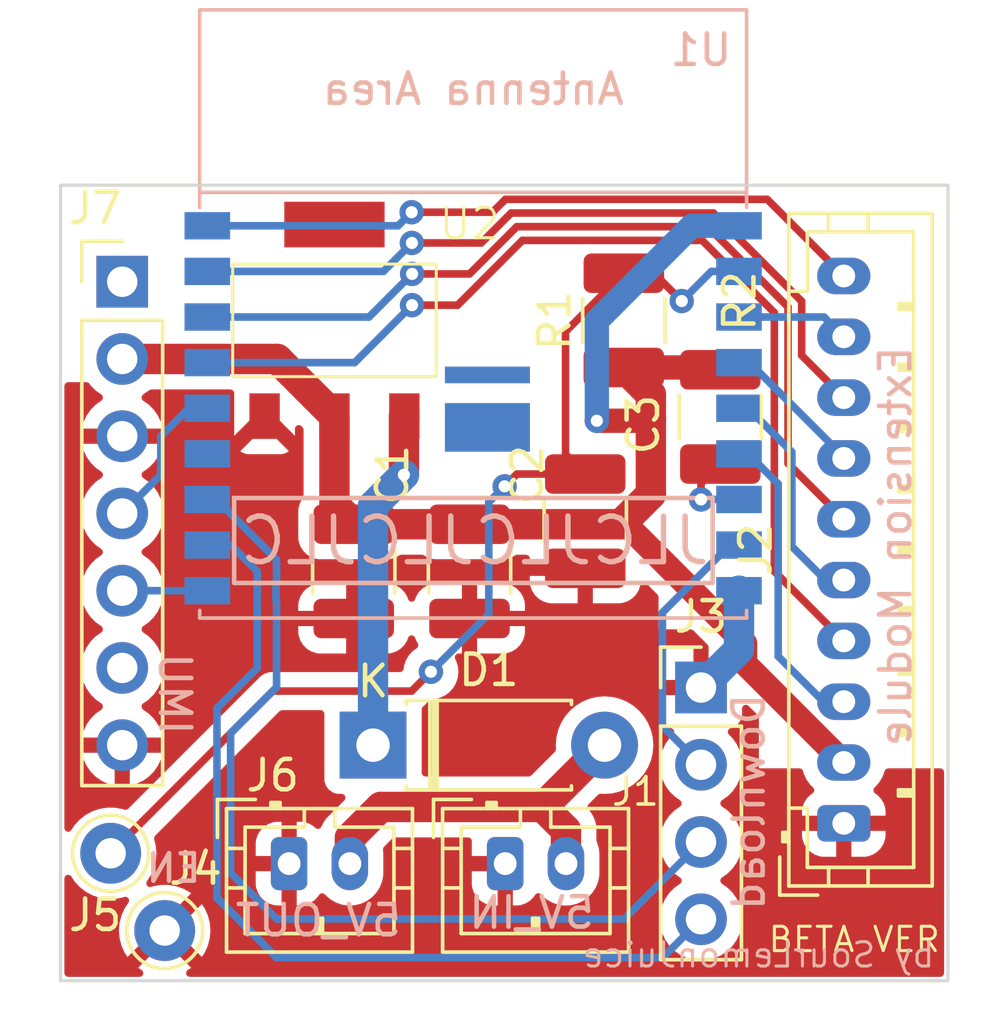
<source format=kicad_pcb>
(kicad_pcb (version 20221018) (generator pcbnew)
  (title_block (title "LimeVR_Soda") (date "2024-02-24") (rev "v1") (company "SourLemonJuice"))
  (layers (0 "F.Cu" signal) (31 "B.Cu" signal) (34 "B.Paste" user) (35 "F.Paste" user) (36 "B.SilkS" user "B.Silkscreen") (37 "F.SilkS" user "F.Silkscreen") (38 "B.Mask" user) (39 "F.Mask" user) (44 "Edge.Cuts" user))
  (net 0 "")
  (net 1 "/VCC_3v3")
  (net 2 "GND")
  (net 3 "/Chip_PU")
  (net 4 "Net-(D1-K)")
  (net 5 "Net-(D1-A)")
  (net 6 "/GIPO9")
  (net 7 "/U0RXD")
  (net 8 "/U0TXD")
  (net 9 "Net-(J7-Pin_4)")
  (net 11 "Net-(U1-GPIO8)")
  (net 15 "Net-(J7-Pin_5)")
  (net 16 "Net-(J2-Pin_5)")
  (net 17 "Net-(J2-Pin_3)")
  (net 18 "Net-(J2-Pin_7)")
  (net 19 "Net-(J2-Pin_9)")
  (net 20 "Net-(J2-Pin_4)")
  (net 21 "Net-(J2-Pin_6)")
  (net 22 "Net-(J2-Pin_8)")
  (net 23 "Net-(J2-Pin_10)")
  (footprint "Resistor_SMD:R_1210_3225Metric_Pad1.30x2.65mm_HandSolder" (layer "F.Cu") (at 133.985 96.774 -90)
    (fp_text reference "C3" (at -3.175 -1.905 90) (layer "F.SilkS"))
    (fp_text value "1uF/16V(10%)")
    (fp_line (start -0.723737 -1.355) (end 0.723737 -1.355) (stroke (width 0.12)) (layer "F.SilkS"))
    (fp_line (start -0.723737 1.355) (end 0.723737 1.355) (stroke (width 0.12)) (layer "F.SilkS"))
    (pad "1" smd roundrect (at -1.55 0 270) (size 1.3 2.65) (layers "F.Cu" "F.Paste" "F.Mask") (roundrect_rratio 0.1923076923) (net 3 "/Chip_PU"))
    (pad "2" smd roundrect (at 1.55 0 270) (size 1.3 2.65) (layers "F.Cu" "F.Paste" "F.Mask") (roundrect_rratio 0.1923076923) (net 2 "GND"))
  )
  (footprint "Connector_Pin:Pin_D1.0mm_L10.0mm" (layer "F.Cu") (at 120.142 110.236)
    (fp_text reference "J4" (at 1.016 -2.032) (layer "F.SilkS"))
    (fp_text value "GND")
    (fp_circle (center 0 0) (end 1.25 0.05) (stroke (width 0.12)) (fill none) (layer "F.SilkS"))
    (pad "1" thru_hole circle (at 0 0) (size 2 2) (drill 1) (layers "*.Cu" "*.Mask") (net 2 "GND"))
  )
  (footprint "Resistor_SMD:R_1210_3225Metric_Pad1.30x2.65mm_HandSolder" (layer "F.Cu") (at 130.175 98.425 -90)
    (fp_text reference "C2" (at -3.175 -1.905 90) (layer "F.SilkS"))
    (fp_text value "10uF/25V(20%)")
    (fp_line (start -0.723737 -1.355) (end 0.723737 -1.355) (stroke (width 0.12)) (layer "F.SilkS"))
    (fp_line (start -0.723737 1.355) (end 0.723737 1.355) (stroke (width 0.12)) (layer "F.SilkS"))
    (pad "1" smd roundrect (at -1.55 0 270) (size 1.3 2.65) (layers "F.Cu" "F.Paste" "F.Mask") (roundrect_rratio 0.1923076923) (net 1 "/VCC_3v3"))
    (pad "2" smd roundrect (at 1.55 0 270) (size 1.3 2.65) (layers "F.Cu" "F.Paste" "F.Mask") (roundrect_rratio 0.1923076923) (net 2 "GND"))
  )
  (footprint "Connector_JST:JST_PH_B2B-PH-K_1x02_P2.00mm_Vertical" (layer "F.Cu") (at 124.238 108.035)
    (fp_text reference "J6" (at -0.54 -2.9) (layer "F.SilkS"))
    (fp_text value "Power_OUT")
    (fp_line (start -2.36 -2.11) (end -2.36 -0.86) (stroke (width 0.12)) (layer "F.SilkS"))
    (fp_line (start -2.06 -1.81) (end -2.06 2.91) (stroke (width 0.12)) (layer "F.SilkS"))
    (fp_line (start -2.06 -0.5) (end -1.45 -0.5) (stroke (width 0.12)) (layer "F.SilkS"))
    (fp_line (start -2.06 0.8) (end -1.45 0.8) (stroke (width 0.12)) (layer "F.SilkS"))
    (fp_line (start -2.06 2.91) (end 4.06 2.91) (stroke (width 0.12)) (layer "F.SilkS"))
    (fp_line (start -1.45 -1.2) (end -1.45 2.3) (stroke (width 0.12)) (layer "F.SilkS"))
    (fp_line (start -1.45 2.3) (end 3.45 2.3) (stroke (width 0.12)) (layer "F.SilkS"))
    (fp_line (start -1.11 -2.11) (end -2.36 -2.11) (stroke (width 0.12)) (layer "F.SilkS"))
    (fp_line (start -0.6 -2.01) (end -0.6 -1.81) (stroke (width 0.12)) (layer "F.SilkS"))
    (fp_line (start -0.3 -2.01) (end -0.6 -2.01) (stroke (width 0.12)) (layer "F.SilkS"))
    (fp_line (start -0.3 -1.91) (end -0.6 -1.91) (stroke (width 0.12)) (layer "F.SilkS"))
    (fp_line (start -0.3 -1.81) (end -0.3 -2.01) (stroke (width 0.12)) (layer "F.SilkS"))
    (fp_line (start 0.5 -1.81) (end 0.5 -1.2) (stroke (width 0.12)) (layer "F.SilkS"))
    (fp_line (start 0.5 -1.2) (end -1.45 -1.2) (stroke (width 0.12)) (layer "F.SilkS"))
    (fp_line (start 0.9 1.8) (end 1.1 1.8) (stroke (width 0.12)) (layer "F.SilkS"))
    (fp_line (start 0.9 2.3) (end 0.9 1.8) (stroke (width 0.12)) (layer "F.SilkS"))
    (fp_line (start 1 2.3) (end 1 1.8) (stroke (width 0.12)) (layer "F.SilkS"))
    (fp_line (start 1.1 1.8) (end 1.1 2.3) (stroke (width 0.12)) (layer "F.SilkS"))
    (fp_line (start 1.5 -1.2) (end 1.5 -1.81) (stroke (width 0.12)) (layer "F.SilkS"))
    (fp_line (start 3.45 -1.2) (end 1.5 -1.2) (stroke (width 0.12)) (layer "F.SilkS"))
    (fp_line (start 3.45 2.3) (end 3.45 -1.2) (stroke (width 0.12)) (layer "F.SilkS"))
    (fp_line (start 4.06 -1.81) (end -2.06 -1.81) (stroke (width 0.12)) (layer "F.SilkS"))
    (fp_line (start 4.06 -0.5) (end 3.45 -0.5) (stroke (width 0.12)) (layer "F.SilkS"))
    (fp_line (start 4.06 0.8) (end 3.45 0.8) (stroke (width 0.12)) (layer "F.SilkS"))
    (fp_line (start 4.06 2.91) (end 4.06 -1.81) (stroke (width 0.12)) (layer "F.SilkS"))
    (pad "1" thru_hole roundrect (at 0 0) (size 1.2 1.75) (drill 0.75) (layers "*.Cu" "*.Mask") (roundrect_rratio 0.2083333333) (net 2 "GND"))
    (pad "2" thru_hole oval (at 2 0) (size 1.2 1.75) (drill 0.75) (layers "*.Cu" "*.Mask") (net 5 "Net-(D1-A)"))
  )
  (footprint "SourLemonJuice:SGM2212-3.3XKC3G.TR" (layer "F.Cu") (at 125.73 90.17)
    (fp_text reference "U2" (at 4.445 -3.175 unlocked) (layer "F.SilkS") (effects (font (thickness 0.1))))
    (fp_text value "~")
    (fp_line (start -3.35 -1.85) (end -3.35 1.85) (stroke (width 0.1)) (layer "F.SilkS"))
    (fp_line (start -3.35 -1.85) (end 3.35 -1.85) (stroke (width 0.1)) (layer "F.SilkS"))
    (fp_line (start -3.35 1.85) (end 3.35 1.85) (stroke (width 0.1)) (layer "F.SilkS"))
    (fp_line (start 3.35 -1.85) (end 3.35 1.85) (stroke (width 0.1)) (layer "F.SilkS"))
    (pad "" smd rect (at 0 -3.15) (size 3.3 1.5) (layers "F.Cu" "F.Paste" "F.Mask"))
    (pad "1" smd rect (at -2.3 3.15) (size 1 1.5) (layers "F.Cu" "F.Paste" "F.Mask") (net 2 "GND"))
    (pad "2" smd rect (at 0 3.15) (size 1 1.5) (layers "F.Cu" "F.Paste" "F.Mask") (net 1 "/VCC_3v3"))
    (pad "3" smd rect (at 2.3 3.15) (size 1 1.5) (layers "F.Cu" "F.Paste" "F.Mask") (net 4 "Net-(D1-K)"))
  )
  (footprint "Connector_Pin:Pin_D1.0mm_L10.0mm" (layer "F.Cu") (at 118.364 107.696)
    (fp_text reference "J5" (at -0.508 2.032) (layer "F.SilkS"))
    (fp_text value "CHIP_PU")
    (fp_circle (center 0 0) (end 1.25 0.05) (stroke (width 0.12)) (fill none) (layer "F.SilkS"))
    (pad "1" thru_hole circle (at 0 0) (size 2 2) (drill 1) (layers "*.Cu" "*.Mask") (net 3 "/Chip_PU"))
  )
  (footprint "Connector_PinHeader_2.54mm:PinHeader_1x04_P2.54mm_Vertical" (layer "F.Cu") (at 137.795 102.245)
    (fp_text reference "J3" (at 0 -2.33) (layer "F.SilkS"))
    (fp_text value "UART")
    (fp_line (start -1.33 -1.33) (end 0 -1.33) (stroke (width 0.12)) (layer "F.SilkS"))
    (fp_line (start -1.33 0) (end -1.33 -1.33) (stroke (width 0.12)) (layer "F.SilkS"))
    (fp_line (start -1.33 1.27) (end -1.33 8.95) (stroke (width 0.12)) (layer "F.SilkS"))
    (fp_line (start -1.33 1.27) (end 1.33 1.27) (stroke (width 0.12)) (layer "F.SilkS"))
    (fp_line (start -1.33 8.95) (end 1.33 8.95) (stroke (width 0.12)) (layer "F.SilkS"))
    (fp_line (start 1.33 1.27) (end 1.33 8.95) (stroke (width 0.12)) (layer "F.SilkS"))
    (pad "1" thru_hole rect (at 0 0) (size 1.7 1.7) (drill 1) (layers "*.Cu" "*.Mask") (net 2 "GND"))
    (pad "2" thru_hole oval (at 0 2.54) (size 1.7 1.7) (drill 1) (layers "*.Cu" "*.Mask") (net 6 "/GIPO9"))
    (pad "3" thru_hole oval (at 0 5.08) (size 1.7 1.7) (drill 1) (layers "*.Cu" "*.Mask") (net 8 "/U0TXD"))
    (pad "4" thru_hole oval (at 0 7.62) (size 1.7 1.7) (drill 1) (layers "*.Cu" "*.Mask") (net 7 "/U0RXD"))
  )
  (footprint "Connector_JST:JST_PH_B2B-PH-K_1x02_P2.00mm_Vertical" (layer "F.Cu") (at 131.35 108.035)
    (fp_text reference "J1" (at 4.286 -2.371) (layer "F.SilkS") (effects (font (size 0.9 0.9) (thickness 0.12))))
    (fp_text value "Power_IN")
    (fp_line (start -2.36 -2.11) (end -2.36 -0.86) (stroke (width 0.12)) (layer "F.SilkS"))
    (fp_line (start -2.06 -1.81) (end -2.06 2.91) (stroke (width 0.12)) (layer "F.SilkS"))
    (fp_line (start -2.06 -0.5) (end -1.45 -0.5) (stroke (width 0.12)) (layer "F.SilkS"))
    (fp_line (start -2.06 0.8) (end -1.45 0.8) (stroke (width 0.12)) (layer "F.SilkS"))
    (fp_line (start -2.06 2.91) (end 4.06 2.91) (stroke (width 0.12)) (layer "F.SilkS"))
    (fp_line (start -1.45 -1.2) (end -1.45 2.3) (stroke (width 0.12)) (layer "F.SilkS"))
    (fp_line (start -1.45 2.3) (end 3.45 2.3) (stroke (width 0.12)) (layer "F.SilkS"))
    (fp_line (start -1.11 -2.11) (end -2.36 -2.11) (stroke (width 0.12)) (layer "F.SilkS"))
    (fp_line (start -0.6 -2.01) (end -0.6 -1.81) (stroke (width 0.12)) (layer "F.SilkS"))
    (fp_line (start -0.3 -2.01) (end -0.6 -2.01) (stroke (width 0.12)) (layer "F.SilkS"))
    (fp_line (start -0.3 -1.91) (end -0.6 -1.91) (stroke (width 0.12)) (layer "F.SilkS"))
    (fp_line (start -0.3 -1.81) (end -0.3 -2.01) (stroke (width 0.12)) (layer "F.SilkS"))
    (fp_line (start 0.5 -1.81) (end 0.5 -1.2) (stroke (width 0.12)) (layer "F.SilkS"))
    (fp_line (start 0.5 -1.2) (end -1.45 -1.2) (stroke (width 0.12)) (layer "F.SilkS"))
    (fp_line (start 0.9 1.8) (end 1.1 1.8) (stroke (width 0.12)) (layer "F.SilkS"))
    (fp_line (start 0.9 2.3) (end 0.9 1.8) (stroke (width 0.12)) (layer "F.SilkS"))
    (fp_line (start 1 2.3) (end 1 1.8) (stroke (width 0.12)) (layer "F.SilkS"))
    (fp_line (start 1.1 1.8) (end 1.1 2.3) (stroke (width 0.12)) (layer "F.SilkS"))
    (fp_line (start 1.5 -1.2) (end 1.5 -1.81) (stroke (width 0.12)) (layer "F.SilkS"))
    (fp_line (start 3.45 -1.2) (end 1.5 -1.2) (stroke (width 0.12)) (layer "F.SilkS"))
    (fp_line (start 3.45 2.3) (end 3.45 -1.2) (stroke (width 0.12)) (layer "F.SilkS"))
    (fp_line (start 4.06 -1.81) (end -2.06 -1.81) (stroke (width 0.12)) (layer "F.SilkS"))
    (fp_line (start 4.06 -0.5) (end 3.45 -0.5) (stroke (width 0.12)) (layer "F.SilkS"))
    (fp_line (start 4.06 0.8) (end 3.45 0.8) (stroke (width 0.12)) (layer "F.SilkS"))
    (fp_line (start 4.06 2.91) (end 4.06 -1.81) (stroke (width 0.12)) (layer "F.SilkS"))
    (pad "1" thru_hole roundrect (at 0 0) (size 1.2 1.75) (drill 0.75) (layers "*.Cu" "*.Mask") (roundrect_rratio 0.2083333333) (net 2 "GND"))
    (pad "2" thru_hole oval (at 2 0) (size 1.2 1.75) (drill 0.75) (layers "*.Cu" "*.Mask") (net 5 "Net-(D1-A)"))
  )
  (footprint "Resistor_SMD:R_1210_3225Metric_Pad1.30x2.65mm_HandSolder" (layer "F.Cu") (at 126.365 98.425 -90)
    (fp_text reference "C1" (at -3.175 -1.27 90) (layer "F.SilkS"))
    (fp_text value "10uF/25V(20%)")
    (fp_line (start -0.723737 -1.355) (end 0.723737 -1.355) (stroke (width 0.12)) (layer "F.SilkS"))
    (fp_line (start -0.723737 1.355) (end 0.723737 1.355) (stroke (width 0.12)) (layer "F.SilkS"))
    (pad "1" smd roundrect (at -1.55 0 270) (size 1.3 2.65) (layers "F.Cu" "F.Paste" "F.Mask") (roundrect_rratio 0.1923076923) (net 1 "/VCC_3v3"))
    (pad "2" smd roundrect (at 1.55 0 270) (size 1.3 2.65) (layers "F.Cu" "F.Paste" "F.Mask") (roundrect_rratio 0.1923076923) (net 2 "GND"))
  )
  (footprint "Diode_THT:D_DO-41_SOD81_P7.62mm_Horizontal" (layer "F.Cu") (at 127 104.14)
    (fp_text reference "D1" (at 3.81 -2.47) (layer "F.SilkS"))
    (fp_text value "1N5817")
    (fp_text user "K" (at 0 -2.1) (layer "F.SilkS"))
    (fp_line (start 1.09 -1.47) (end 6.53 -1.47) (stroke (width 0.12)) (layer "F.SilkS"))
    (fp_line (start 1.09 -1.34) (end 1.09 -1.47) (stroke (width 0.12)) (layer "F.SilkS"))
    (fp_line (start 1.09 1.34) (end 1.09 1.47) (stroke (width 0.12)) (layer "F.SilkS"))
    (fp_line (start 1.09 1.47) (end 6.53 1.47) (stroke (width 0.12)) (layer "F.SilkS"))
    (fp_line (start 1.87 -1.47) (end 1.87 1.47) (stroke (width 0.12)) (layer "F.SilkS"))
    (fp_line (start 1.99 -1.47) (end 1.99 1.47) (stroke (width 0.12)) (layer "F.SilkS"))
    (fp_line (start 2.11 -1.47) (end 2.11 1.47) (stroke (width 0.12)) (layer "F.SilkS"))
    (fp_line (start 6.53 -1.47) (end 6.53 -1.34) (stroke (width 0.12)) (layer "F.SilkS"))
    (fp_line (start 6.53 1.47) (end 6.53 1.34) (stroke (width 0.12)) (layer "F.SilkS"))
    (pad "1" thru_hole rect (at 0 0) (size 2.2 2.2) (drill 1.1) (layers "*.Cu" "*.Mask") (net 4 "Net-(D1-K)"))
    (pad "2" thru_hole oval (at 7.62 0) (size 2.2 2.2) (drill 1.1) (layers "*.Cu" "*.Mask") (net 5 "Net-(D1-A)"))
  )
  (footprint "Connector_PinHeader_2.54mm:PinHeader_1x07_P2.54mm_Vertical" (layer "F.Cu") (at 118.745 88.9)
    (fp_text reference "J7" (at -0.889 -2.413) (layer "F.SilkS"))
    (fp_text value "IMU_Pin_Header")
    (fp_line (start -1.33 -1.33) (end 0 -1.33) (stroke (width 0.12)) (layer "F.SilkS"))
    (fp_line (start -1.33 0) (end -1.33 -1.33) (stroke (width 0.12)) (layer "F.SilkS"))
    (fp_line (start -1.33 1.27) (end -1.33 16.57) (stroke (width 0.12)) (layer "F.SilkS"))
    (fp_line (start -1.33 1.27) (end 1.33 1.27) (stroke (width 0.12)) (layer "F.SilkS"))
    (fp_line (start -1.33 16.57) (end 1.33 16.57) (stroke (width 0.12)) (layer "F.SilkS"))
    (fp_line (start 1.33 1.27) (end 1.33 16.57) (stroke (width 0.12)) (layer "F.SilkS"))
    (pad "1" thru_hole rect (at 0 0) (size 1.7 1.7) (drill 1) (layers "*.Cu" "*.Mask"))
    (pad "2" thru_hole oval (at 0 2.54) (size 1.7 1.7) (drill 1) (layers "*.Cu" "*.Mask") (net 1 "/VCC_3v3"))
    (pad "3" thru_hole oval (at 0 5.08) (size 1.7 1.7) (drill 1) (layers "*.Cu" "*.Mask") (net 2 "GND"))
    (pad "4" thru_hole oval (at 0 7.62) (size 1.7 1.7) (drill 1) (layers "*.Cu" "*.Mask") (net 9 "Net-(J7-Pin_4)"))
    (pad "5" thru_hole oval (at 0 10.16) (size 1.7 1.7) (drill 1) (layers "*.Cu" "*.Mask") (net 15 "Net-(J7-Pin_5)"))
    (pad "6" thru_hole oval (at 0 12.7) (size 1.7 1.7) (drill 1) (layers "*.Cu" "*.Mask"))
    (pad "7" thru_hole oval (at 0 15.24) (size 1.7 1.7) (drill 1) (layers "*.Cu" "*.Mask") (net 2 "GND"))
  )
  (footprint "Resistor_SMD:R_1210_3225Metric_Pad1.30x2.65mm_HandSolder" (layer "F.Cu") (at 135.255 90.17 90)
    (fp_text reference "R1" (at 0 -2.28 90) (layer "F.SilkS"))
    (fp_text value "10K(1%)")
    (fp_line (start -0.723737 -1.355) (end 0.723737 -1.355) (stroke (width 0.12)) (layer "F.SilkS"))
    (fp_line (start -0.723737 1.355) (end 0.723737 1.355) (stroke (width 0.12)) (layer "F.SilkS"))
    (pad "1" smd roundrect (at -1.55 0 90) (size 1.3 2.65) (layers "F.Cu" "F.Paste" "F.Mask") (roundrect_rratio 0.1923076923) (net 1 "/VCC_3v3"))
    (pad "2" smd roundrect (at 1.55 0 90) (size 1.3 2.65) (layers "F.Cu" "F.Paste" "F.Mask") (roundrect_rratio 0.1923076923) (net 3 "/Chip_PU"))
  )
  (footprint "Resistor_SMD:R_1210_3225Metric_Pad1.30x2.65mm_HandSolder" (layer "F.Cu") (at 138.43 93.345 -90)
    (fp_text reference "R2" (at -3.81 -0.635 90) (layer "F.SilkS"))
    (fp_text value "10K(1%)(NC)")
    (fp_line (start -0.723737 -1.355) (end 0.723737 -1.355) (stroke (width 0.12)) (layer "F.SilkS"))
    (fp_line (start -0.723737 1.355) (end 0.723737 1.355) (stroke (width 0.12)) (layer "F.SilkS"))
    (pad "1" smd roundrect (at -1.55 0 270) (size 1.3 2.65) (layers "F.Cu" "F.Paste" "F.Mask") (roundrect_rratio 0.1923076923) (net 1 "/VCC_3v3"))
    (pad "2" smd roundrect (at 1.55 0 270) (size 1.3 2.65) (layers "F.Cu" "F.Paste" "F.Mask") (roundrect_rratio 0.1923076923) (net 11 "Net-(U1-GPIO8)"))
  )
  (footprint "Connector_JST:JST_PH_B10B-PH-K_1x10_P2.00mm_Vertical" (layer "F.Cu") (at 142.494 106.71 90)
    (fp_text reference "J2" (at 9 -2.9 90) (layer "F.SilkS"))
    (fp_text value "Extension_Module")
    (fp_line (start -2.36 -2.11) (end -2.36 -0.86) (stroke (width 0.12)) (layer "F.SilkS"))
    (fp_line (start -2.06 -1.81) (end -2.06 2.91) (stroke (width 0.12)) (layer "F.SilkS"))
    (fp_line (start -2.06 -0.5) (end -1.45 -0.5) (stroke (width 0.12)) (layer "F.SilkS"))
    (fp_line (start -2.06 0.8) (end -1.45 0.8) (stroke (width 0.12)) (layer "F.SilkS"))
    (fp_line (start -2.06 2.91) (end 20.06 2.91) (stroke (width 0.12)) (layer "F.SilkS"))
    (fp_line (start -1.45 -1.2) (end -1.45 2.3) (stroke (width 0.12)) (layer "F.SilkS"))
    (fp_line (start -1.45 2.3) (end 19.45 2.3) (stroke (width 0.12)) (layer "F.SilkS"))
    (fp_line (start -1.11 -2.11) (end -2.36 -2.11) (stroke (width 0.12)) (layer "F.SilkS"))
    (fp_line (start -0.6 -2.01) (end -0.6 -1.81) (stroke (width 0.12)) (layer "F.SilkS"))
    (fp_line (start -0.3 -2.01) (end -0.6 -2.01) (stroke (width 0.12)) (layer "F.SilkS"))
    (fp_line (start -0.3 -1.91) (end -0.6 -1.91) (stroke (width 0.12)) (layer "F.SilkS"))
    (fp_line (start -0.3 -1.81) (end -0.3 -2.01) (stroke (width 0.12)) (layer "F.SilkS"))
    (fp_line (start 0.5 -1.81) (end 0.5 -1.2) (stroke (width 0.12)) (layer "F.SilkS"))
    (fp_line (start 0.5 -1.2) (end -1.45 -1.2) (stroke (width 0.12)) (layer "F.SilkS"))
    (fp_line (start 0.9 1.8) (end 1.1 1.8) (stroke (width 0.12)) (layer "F.SilkS"))
    (fp_line (start 0.9 2.3) (end 0.9 1.8) (stroke (width 0.12)) (layer "F.SilkS"))
    (fp_line (start 1 2.3) (end 1 1.8) (stroke (width 0.12)) (layer "F.SilkS"))
    (fp_line (start 1.1 1.8) (end 1.1 2.3) (stroke (width 0.12)) (layer "F.SilkS"))
    (fp_line (start 2.9 1.8) (end 3.1 1.8) (stroke (width 0.12)) (layer "F.SilkS"))
    (fp_line (start 2.9 2.3) (end 2.9 1.8) (stroke (width 0.12)) (layer "F.SilkS"))
    (fp_line (start 3 2.3) (end 3 1.8) (stroke (width 0.12)) (layer "F.SilkS"))
    (fp_line (start 3.1 1.8) (end 3.1 2.3) (stroke (width 0.12)) (layer "F.SilkS"))
    (fp_line (start 4.9 1.8) (end 5.1 1.8) (stroke (width 0.12)) (layer "F.SilkS"))
    (fp_line (start 4.9 2.3) (end 4.9 1.8) (stroke (width 0.12)) (layer "F.SilkS"))
    (fp_line (start 5 2.3) (end 5 1.8) (stroke (width 0.12)) (layer "F.SilkS"))
    (fp_line (start 5.1 1.8) (end 5.1 2.3) (stroke (width 0.12)) (layer "F.SilkS"))
    (fp_line (start 6.9 1.8) (end 7.1 1.8) (stroke (width 0.12)) (layer "F.SilkS"))
    (fp_line (start 6.9 2.3) (end 6.9 1.8) (stroke (width 0.12)) (layer "F.SilkS"))
    (fp_line (start 7 2.3) (end 7 1.8) (stroke (width 0.12)) (layer "F.SilkS"))
    (fp_line (start 7.1 1.8) (end 7.1 2.3) (stroke (width 0.12)) (layer "F.SilkS"))
    (fp_line (start 8.9 1.8) (end 9.1 1.8) (stroke (width 0.12)) (layer "F.SilkS"))
    (fp_line (start 8.9 2.3) (end 8.9 1.8) (stroke (width 0.12)) (layer "F.SilkS"))
    (fp_line (start 9 2.3) (end 9 1.8) (stroke (width 0.12)) (layer "F.SilkS"))
    (fp_line (start 9.1 1.8) (end 9.1 2.3) (stroke (width 0.12)) (layer "F.SilkS"))
    (fp_line (start 10.9 1.8) (end 11.1 1.8) (stroke (width 0.12)) (layer "F.SilkS"))
    (fp_line (start 10.9 2.3) (end 10.9 1.8) (stroke (width 0.12)) (layer "F.SilkS"))
    (fp_line (start 11 2.3) (end 11 1.8) (stroke (width 0.12)) (layer "F.SilkS"))
    (fp_line (start 11.1 1.8) (end 11.1 2.3) (stroke (width 0.12)) (layer "F.SilkS"))
    (fp_line (start 12.9 1.8) (end 13.1 1.8) (stroke (width 0.12)) (layer "F.SilkS"))
    (fp_line (start 12.9 2.3) (end 12.9 1.8) (stroke (width 0.12)) (layer "F.SilkS"))
    (fp_line (start 13 2.3) (end 13 1.8) (stroke (width 0.12)) (layer "F.SilkS"))
    (fp_line (start 13.1 1.8) (end 13.1 2.3) (stroke (width 0.12)) (layer "F.SilkS"))
    (fp_line (start 14.9 1.8) (end 15.1 1.8) (stroke (width 0.12)) (layer "F.SilkS"))
    (fp_line (start 14.9 2.3) (end 14.9 1.8) (stroke (width 0.12)) (layer "F.SilkS"))
    (fp_line (start 15 2.3) (end 15 1.8) (stroke (width 0.12)) (layer "F.SilkS"))
    (fp_line (start 15.1 1.8) (end 15.1 2.3) (stroke (width 0.12)) (layer "F.SilkS"))
    (fp_line (start 16.9 1.8) (end 17.1 1.8) (stroke (width 0.12)) (layer "F.SilkS"))
    (fp_line (start 16.9 2.3) (end 16.9 1.8) (stroke (width 0.12)) (layer "F.SilkS"))
    (fp_line (start 17 2.3) (end 17 1.8) (stroke (width 0.12)) (layer "F.SilkS"))
    (fp_line (start 17.1 1.8) (end 17.1 2.3) (stroke (width 0.12)) (layer "F.SilkS"))
    (fp_line (start 17.5 -1.2) (end 17.5 -1.81) (stroke (width 0.12)) (layer "F.SilkS"))
    (fp_line (start 19.45 -1.2) (end 17.5 -1.2) (stroke (width 0.12)) (layer "F.SilkS"))
    (fp_line (start 19.45 2.3) (end 19.45 -1.2) (stroke (width 0.12)) (layer "F.SilkS"))
    (fp_line (start 20.06 -1.81) (end -2.06 -1.81) (stroke (width 0.12)) (layer "F.SilkS"))
    (fp_line (start 20.06 -0.5) (end 19.45 -0.5) (stroke (width 0.12)) (layer "F.SilkS"))
    (fp_line (start 20.06 0.8) (end 19.45 0.8) (stroke (width 0.12)) (layer "F.SilkS"))
    (fp_line (start 20.06 2.91) (end 20.06 -1.81) (stroke (width 0.12)) (layer "F.SilkS"))
    (pad "1" thru_hole roundrect (at 0 0 90) (size 1.2 1.75) (drill 0.75) (layers "*.Cu" "*.Mask") (roundrect_rratio 0.2083333333) (net 2 "GND"))
    (pad "2" thru_hole oval (at 2 0 90) (size 1.2 1.75) (drill 0.75) (layers "*.Cu" "*.Mask") (net 1 "/VCC_3v3"))
    (pad "3" thru_hole oval (at 4 0 90) (size 1.2 1.75) (drill 0.75) (layers "*.Cu" "*.Mask") (net 17 "Net-(J2-Pin_3)"))
    (pad "4" thru_hole oval (at 6 0 90) (size 1.2 1.75) (drill 0.75) (layers "*.Cu" "*.Mask") (net 20 "Net-(J2-Pin_4)"))
    (pad "5" thru_hole oval (at 8 0 90) (size 1.2 1.75) (drill 0.75) (layers "*.Cu" "*.Mask") (net 16 "Net-(J2-Pin_5)"))
    (pad "6" thru_hole oval (at 10 0 90) (size 1.2 1.75) (drill 0.75) (layers "*.Cu" "*.Mask") (net 21 "Net-(J2-Pin_6)"))
    (pad "7" thru_hole oval (at 12 0 90) (size 1.2 1.75) (drill 0.75) (layers "*.Cu" "*.Mask") (net 18 "Net-(J2-Pin_7)"))
    (pad "8" thru_hole oval (at 14 0 90) (size 1.2 1.75) (drill 0.75) (layers "*.Cu" "*.Mask") (net 22 "Net-(J2-Pin_8)"))
    (pad "9" thru_hole oval (at 16 0 90) (size 1.2 1.75) (drill 0.75) (layers "*.Cu" "*.Mask") (net 19 "Net-(J2-Pin_9)"))
    (pad "10" thru_hole oval (at 18 0 90) (size 1.2 1.75) (drill 0.75) (layers "*.Cu" "*.Mask") (net 23 "Net-(J2-Pin_10)"))
  )
  (footprint "SourLemonJuice:ESP8684-WROOM-02C" (layer "B.Cu") (at 130.295 92.96 180)
    (fp_text reference "U1" (at -7.5 11.68) (layer "B.SilkS") (effects (justify mirror)))
    (fp_text value "ESP8684-WROOM-02C")
    (fp_text user "Antenna Area" (at 0 10.4) (layer "B.SilkS") (effects (justify mirror)))
    (fp_line (start -9 -7) (end -9 -6.75) (stroke (width 0.12)) (layer "B.SilkS"))
    (fp_line (start -9 13) (end -9 6.5) (stroke (width 0.12)) (layer "B.SilkS"))
    (fp_line (start -9 13) (end 9 13) (stroke (width 0.12)) (layer "B.SilkS"))
    (fp_line (start 9 -7) (end -9 -7) (stroke (width 0.12)) (layer "B.SilkS"))
    (fp_line (start 9 -6.75) (end 9 -7) (stroke (width 0.12)) (layer "B.SilkS"))
    (fp_line (start 9 7) (end -8.95 7) (stroke (width 0.12)) (layer "B.SilkS"))
    (fp_line (start 9 13) (end 9 6.5) (stroke (width 0.12)) (layer "B.SilkS"))
    (pad "1" smd rect (at -8.75 5.9 180) (size 1.5 0.9) (layers "B.Cu" "B.Paste" "B.Mask") (net 1 "/VCC_3v3"))
    (pad "2" smd rect (at -8.75 4.4 180) (size 1.5 0.9) (layers "B.Cu" "B.Paste" "B.Mask") (net 3 "/Chip_PU"))
    (pad "3" smd rect (at -8.75 2.9 180) (size 1.5 0.9) (layers "B.Cu" "B.Paste" "B.Mask") (net 19 "Net-(J2-Pin_9)"))
    (pad "4" smd rect (at -8.75 1.4 180) (size 1.5 0.9) (layers "B.Cu" "B.Paste" "B.Mask") (net 18 "Net-(J2-Pin_7)"))
    (pad "5" smd rect (at -8.75 -0.1 180) (size 1.5 0.9) (layers "B.Cu" "B.Paste" "B.Mask") (net 16 "Net-(J2-Pin_5)"))
    (pad "6" smd rect (at -8.75 -1.6 180) (size 1.5 0.9) (layers "B.Cu" "B.Paste" "B.Mask") (net 17 "Net-(J2-Pin_3)"))
    (pad "7" smd rect (at -8.75 -3.1 180) (size 1.5 0.9) (layers "B.Cu" "B.Paste" "B.Mask") (net 11 "Net-(U1-GPIO8)"))
    (pad "8" smd rect (at -8.75 -4.6 180) (size 1.5 0.9) (layers "B.Cu" "B.Paste" "B.Mask") (net 6 "/GIPO9"))
    (pad "9" smd rect (at -8.75 -6.1 180) (size 1.5 0.9) (layers "B.Cu" "B.Paste" "B.Mask") (net 2 "GND"))
    (pad "10" smd rect (at 8.75 -6.1) (size 1.5 0.9) (layers "B.Cu" "B.Paste" "B.Mask") (net 15 "Net-(J7-Pin_5)"))
    (pad "11" smd rect (at 8.75 -4.6) (size 1.5 0.9) (layers "B.Cu" "B.Paste" "B.Mask") (net 7 "/U0RXD"))
    (pad "12" smd rect (at 8.75 -3.1) (size 1.5 0.9) (layers "B.Cu" "B.Paste" "B.Mask") (net 8 "/U0TXD"))
    (pad "13" smd rect (at 8.75 -1.6) (size 1.5 0.9) (layers "B.Cu" "B.Paste" "B.Mask"))
    (pad "14" smd rect (at 8.75 -0.1) (size 1.5 0.9) (layers "B.Cu" "B.Paste" "B.Mask") (net 9 "Net-(J7-Pin_4)"))
    (pad "15" smd rect (at 8.75 1.4) (size 1.5 0.9) (layers "B.Cu" "B.Paste" "B.Mask") (net 20 "Net-(J2-Pin_4)"))
    (pad "16" smd rect (at 8.75 2.9) (size 1.5 0.9) (layers "B.Cu" "B.Paste" "B.Mask") (net 21 "Net-(J2-Pin_6)"))
    (pad "17" smd rect (at 8.75 4.4) (size 1.5 0.9) (layers "B.Cu" "B.Paste" "B.Mask") (net 22 "Net-(J2-Pin_8)"))
    (pad "18" smd rect (at 8.75 5.9) (size 1.5 0.9) (layers "B.Cu" "B.Paste" "B.Mask") (net 23 "Net-(J2-Pin_10)"))
    (pad "19" smd rect (at -0.47 -0.73) (size 2.8 1.6) (layers "B.Cu" "B.Paste" "B.Mask"))
    (pad "GND" smd rect (at -0.47 0.995) (size 2.8 0.55) (layers "B.Cu" "B.Paste" "B.Mask"))
    (zone (net 0) (net_name "") (layers "*.Cu") (name "antenna keepout") (connect_pads (clearance 0)) (min_thickness 0.254)
      (keepout (tracks not_allowed) (vias not_allowed) (pads not_allowed) (copperpour not_allowed) (footprints not_allowed))
      (fill (thermal_gap 0.508) (thermal_bridge_width 0.508))
      (polygon (pts (xy 121.295 85.96) (xy 139.295 85.96) (xy 139.295 79.96) (xy 121.295 79.96)))
    )
  )
  (gr_rect (start 122.428 96.012) (end 138.176 98.806) (stroke (width 0.15)) (fill none) (layer "B.SilkS"))
  (gr_rect (start 116.713 85.725) (end 145.923 111.887) (stroke (width 0.1)) (fill none) (layer "Edge.Cuts"))
  (gr_text "Download" (at 139.954 102.362 90) (layer "B.SilkS") (effects (font (size 1 1)) (justify left bottom mirror)))
  (gr_text "5V_OUT" (at 128.016 110.49) (layer "B.SilkS") (effects (font (size 1 1)) (justify left bottom mirror)))
  (gr_text "by SourLemonJuice" (at 145.542 111.506) (layer "B.SilkS") (effects (font (size 0.8 0.8) (thickness 0.1)) (justify left bottom mirror)))
  (gr_text "5V_IN" (at 134.366 110.236) (layer "B.SilkS") (effects (font (size 1 1)) (justify left bottom mirror)))
  (gr_text "IMU" (at 119.888 103.886 270) (layer "B.SilkS") (effects (font (size 1 1)) (justify left bottom mirror)))
  (gr_text "EN" (at 121.412 108.712) (layer "B.SilkS") (effects (font (size 0.9 0.9)) (justify left bottom mirror)))
  (gr_text "Extension Module" (at 144.78 90.932 90) (layer "B.SilkS") (effects (font (size 1 1)) (justify left bottom mirror)))
  (gr_text "JLCJLCJLCJLC" (at 138.176 98.298) (layer "B.SilkS") (effects (font (size 1.5 1.5) (thickness 0.18)) (justify left bottom mirror)))
  (gr_text "BETA VER" (at 139.954 110.998) (layer "F.SilkS") (effects (font (size 0.8 0.8) (thickness 0.1)) (justify left bottom)))
  (segment (start 125.73 93.32) (end 123.85 91.44) (width 1) (layer "F.Cu") (net 1))
  (segment (start 125.73 96.24) (end 126.365 96.875) (width 1) (layer "F.Cu") (net 1))
  (segment (start 134.366 93.472) (end 136.144 93.472) (width 0.8) (layer "F.Cu") (net 1))
  (segment (start 130.175 96.875) (end 135.15943 96.875) (width 1) (layer "F.Cu") (net 1))
  (segment (start 139.245 100.795) (end 135.325 96.875) (width 0.8) (layer "F.Cu") (net 1))
  (segment (start 136.144 95.89043) (end 136.144 93.472) (width 1) (layer "F.Cu") (net 1))
  (segment (start 123.85 91.44) (end 118.745 91.44) (width 1) (layer "F.Cu") (net 1))
  (segment (start 135.325 96.875) (end 135.15943 96.875) (width 0.8) (layer "F.Cu") (net 1))
  (segment (start 135.15943 96.875) (end 136.144 95.89043) (width 1) (layer "F.Cu") (net 1))
  (segment (start 138.355 91.72) (end 138.43 91.795) (width 0.8) (layer "F.Cu") (net 1))
  (segment (start 135.255 91.72) (end 138.355 91.72) (width 0.8) (layer "F.Cu") (net 1))
  (segment (start 136.144 92.609) (end 135.255 91.72) (width 1) (layer "F.Cu") (net 1))
  (segment (start 136.144 93.472) (end 136.144 92.609) (width 1) (layer "F.Cu") (net 1))
  (segment (start 142.175 104.71) (end 142.24 104.71) (width 0.8) (layer "F.Cu") (net 1))
  (segment (start 126.365 96.875) (end 130.175 96.875) (width 1) (layer "F.Cu") (net 1))
  (segment (start 139.245 101.461) (end 139.245 100.795) (width 0.8) (layer "F.Cu") (net 1))
  (segment (start 142.494 104.71) (end 139.245 101.461) (width 0.8) (layer "F.Cu") (net 1))
  (segment (start 125.73 93.32) (end 125.73 96.24) (width 1) (layer "F.Cu") (net 1))
  (via (at 134.366 93.472) (size 0.8) (drill 0.4) (layers "F.Cu" "B.Cu") (net 1))
  (segment (start 134.366 90.189) (end 134.366 93.472) (width 0.8) (layer "B.Cu") (net 1))
  (segment (start 139.045 87.06) (end 137.495 87.06) (width 0.8) (layer "B.Cu") (net 1))
  (segment (start 137.495 87.06) (end 134.366 90.189) (width 0.8) (layer "B.Cu") (net 1))
  (segment (start 137.795 102.245) (end 137.805 102.245) (width 1) (layer "F.Cu") (net 2))
  (segment (start 139.045 100.995) (end 137.795 102.245) (width 1) (layer "B.Cu") (net 2))
  (segment (start 139.045 99.06) (end 139.045 100.995) (width 1) (layer "B.Cu") (net 2))
  (segment (start 123.698 102.362) (end 118.364 107.696) (width 0.25) (layer "F.Cu") (net 3))
  (segment (start 131.330114 95.627571) (end 131.733685 95.224) (width 0.25) (layer "F.Cu") (net 3))
  (segment (start 134.265 88.62) (end 135.255 88.62) (width 0.25) (layer "F.Cu") (net 3))
  (segment (start 131.733685 95.224) (end 133.985 95.224) (width 0.25) (layer "F.Cu") (net 3))
  (segment (start 133.335 94.574) (end 133.985 95.224) (width 0.25) (layer "F.Cu") (net 3))
  (segment (start 137.16 89.535) (end 136.245 88.62) (width 0.25) (layer "F.Cu") (net 3))
  (segment (start 128.27 102.362) (end 123.698 102.362) (width 0.25) (layer "F.Cu") (net 3))
  (segment (start 136.245 88.62) (end 135.255 88.62) (width 0.25) (layer "F.Cu") (net 3))
  (segment (start 135.255 88.62) (end 133.335 90.54) (width 0.25) (layer "F.Cu") (net 3))
  (segment (start 133.335 90.54) (end 133.335 94.574) (width 0.25) (layer "F.Cu") (net 3))
  (segment (start 128.905 101.727) (end 128.27 102.362) (width 0.25) (layer "F.Cu") (net 3))
  (via (at 137.16 89.535) (size 0.8) (drill 0.4) (layers "F.Cu" "B.Cu") (net 3))
  (via (at 128.905 101.727) (size 0.8) (drill 0.4) (layers "F.Cu" "B.Cu") (net 3))
  (via (at 131.330114 95.627571) (size 0.8) (drill 0.4) (layers "F.Cu" "B.Cu") (net 3))
  (segment (start 130.81 99.822) (end 130.81 96.147685) (width 0.25) (layer "B.Cu") (net 3))
  (segment (start 128.905 101.727) (end 130.81 99.822) (width 0.25) (layer "B.Cu") (net 3))
  (segment (start 137.16 89.535) (end 138.135 88.56) (width 0.25) (layer "B.Cu") (net 3))
  (segment (start 138.135 88.56) (end 139.045 88.56) (width 0.25) (layer "B.Cu") (net 3))
  (segment (start 130.81 96.147685) (end 131.330114 95.627571) (width 0.25) (layer "B.Cu") (net 3))
  (segment (start 128.016 95.25) (end 128.016 93.334) (width 1) (layer "F.Cu") (net 4))
  (segment (start 128.016 93.334) (end 128.03 93.32) (width 1) (layer "F.Cu") (net 4))
  (via (at 128.016 95.25) (size 0.8) (drill 0.4) (layers "F.Cu" "B.Cu") (net 4))
  (segment (start 127 104.14) (end 127 96.266) (width 1) (layer "B.Cu") (net 4))
  (segment (start 127 96.266) (end 128.016 95.25) (width 1) (layer "B.Cu") (net 4))
  (segment (start 127.254 106.172) (end 132.588 106.172) (width 1) (layer "F.Cu") (net 5))
  (segment (start 126.238 108.035) (end 126.238 107.188) (width 1) (layer "F.Cu") (net 5))
  (segment (start 132.588 106.172) (end 134.62 104.14) (width 1) (layer "F.Cu") (net 5))
  (segment (start 133.35 106.934) (end 132.588 106.172) (width 1) (layer "F.Cu") (net 5))
  (segment (start 126.238 107.188) (end 127.254 106.172) (width 1) (layer "F.Cu") (net 5))
  (segment (start 133.35 108.035) (end 133.35 106.934) (width 1) (layer "F.Cu") (net 5))
  (segment (start 137.795 104.785) (end 137.17 104.785) (width 0.25) (layer "F.Cu") (net 6))
  (segment (start 136.525 99.78) (end 136.525 103.515) (width 0.25) (layer "B.Cu") (net 6))
  (segment (start 136.525 103.515) (end 137.795 104.785) (width 0.25) (layer "B.Cu") (net 6))
  (segment (start 136.525 99.78) (end 138.745 97.56) (width 0.25) (layer "B.Cu") (net 6))
  (segment (start 138.745 97.56) (end 139.045 97.56) (width 0.25) (layer "B.Cu") (net 6))
  (segment (start 121.863 102.927) (end 121.863 109.163) (width 0.25) (layer "B.Cu") (net 7))
  (segment (start 123.19 98.425) (end 123.19 101.6) (width 0.25) (layer "B.Cu") (net 7))
  (segment (start 121.545 97.56) (end 122.325 97.56) (width 0.25) (layer "B.Cu") (net 7))
  (segment (start 123.19 101.6) (end 121.863 102.927) (width 0.25) (layer "B.Cu") (net 7))
  (segment (start 122.325 97.56) (end 123.19 98.425) (width 0.25) (layer "B.Cu") (net 7))
  (segment (start 121.863 109.163) (end 123.825 111.125) (width 0.25) (layer "B.Cu") (net 7))
  (segment (start 123.825 111.125) (end 136.535 111.125) (width 0.25) (layer "B.Cu") (net 7))
  (segment (start 136.535 111.125) (end 137.795 109.865) (width 0.25) (layer "B.Cu") (net 7))
  (segment (start 121.845 96.06) (end 121.545 96.06) (width 0.25) (layer "B.Cu") (net 8))
  (segment (start 122.313 108.343) (end 122.313 103.747) (width 0.25) (layer "B.Cu") (net 8))
  (segment (start 123.805 98.759695) (end 123.825 98.739695) (width 0.25) (layer "B.Cu") (net 8))
  (segment (start 123.825 99.380305) (end 123.805 99.360305) (width 0.25) (layer "B.Cu") (net 8))
  (segment (start 122.313 103.747) (end 123.825 102.235) (width 0.25) (layer "B.Cu") (net 8))
  (segment (start 123.825 109.855) (end 122.313 108.343) (width 0.25) (layer "B.Cu") (net 8))
  (segment (start 137.795 107.325) (end 135.265 109.855) (width 0.25) (layer "B.Cu") (net 8))
  (segment (start 123.805 99.360305) (end 123.805 98.759695) (width 0.25) (layer "B.Cu") (net 8))
  (segment (start 123.825 102.235) (end 123.825 99.380305) (width 0.25) (layer "B.Cu") (net 8))
  (segment (start 123.825 98.739695) (end 123.825 98.04) (width 0.25) (layer "B.Cu") (net 8))
  (segment (start 135.265 109.855) (end 123.825 109.855) (width 0.25) (layer "B.Cu") (net 8))
  (segment (start 123.825 98.04) (end 121.845 96.06) (width 0.25) (layer "B.Cu") (net 8))
  (segment (start 120.015 93.98) (end 120.935 93.06) (width 0.25) (layer "B.Cu") (net 9))
  (segment (start 120.015 95.25) (end 120.015 93.98) (width 0.25) (layer "B.Cu") (net 9))
  (segment (start 120.935 93.06) (end 121.545 93.06) (width 0.25) (layer "B.Cu") (net 9))
  (segment (start 118.745 96.52) (end 120.015 95.25) (width 0.25) (layer "B.Cu") (net 9))
  (segment (start 137.795 95.53) (end 138.43 94.895) (width 0.25) (layer "F.Cu") (net 11))
  (segment (start 137.795 96.06) (end 137.795 95.53) (width 0.25) (layer "F.Cu") (net 11))
  (via (at 137.795 96.06) (size 0.8) (drill 0.4) (layers "F.Cu" "B.Cu") (net 11))
  (segment (start 137.795 96.06) (end 139.045 96.06) (width 0.25) (layer "B.Cu") (net 11))
  (segment (start 118.745 99.06) (end 121.545 99.06) (width 0.25) (layer "B.Cu") (net 15))
  (segment (start 140.785 97.605) (end 141.89 98.71) (width 0.25) (layer "B.Cu") (net 16))
  (segment (start 141.89 98.71) (end 142.494 98.71) (width 0.25) (layer "B.Cu") (net 16))
  (segment (start 139.045 93.06) (end 139.345 93.06) (width 0.25) (layer "B.Cu") (net 16))
  (segment (start 140.785 94.5) (end 140.785 97.605) (width 0.25) (layer "B.Cu") (net 16))
  (segment (start 139.345 93.06) (end 140.785 94.5) (width 0.25) (layer "B.Cu") (net 16))
  (segment (start 139.045 93.06) (end 139.415 93.06) (width 0.25) (layer "B.Cu") (net 16))
  (segment (start 139.345 94.56) (end 140.335 95.55) (width 0.25) (layer "B.Cu") (net 17))
  (segment (start 141.826 102.71) (end 142.494 102.71) (width 0.25) (layer "B.Cu") (net 17))
  (segment (start 139.045 94.56) (end 139.345 94.56) (width 0.25) (layer "B.Cu") (net 17))
  (segment (start 140.335 95.55) (end 140.335 101.219) (width 0.25) (layer "B.Cu") (net 17))
  (segment (start 140.335 101.219) (end 141.826 102.71) (width 0.25) (layer "B.Cu") (net 17))
  (segment (start 142.494 94.659) (end 142.494 94.71) (width 0.25) (layer "B.Cu") (net 18))
  (segment (start 139.045 91.56) (end 139.395 91.56) (width 0.25) (layer "B.Cu") (net 18))
  (segment (start 139.395 91.56) (end 142.494 94.659) (width 0.25) (layer "B.Cu") (net 18))
  (segment (start 141.844 90.06) (end 142.494 90.71) (width 0.25) (layer "B.Cu") (net 19))
  (segment (start 139.045 90.06) (end 141.844 90.06) (width 0.25) (layer "B.Cu") (net 19))
  (segment (start 137.832 87.54) (end 140.208 89.916) (width 0.25) (layer "F.Cu") (net 20))
  (segment (start 140.208 89.916) (end 140.208 98.424) (width 0.25) (layer "F.Cu") (net 20))
  (segment (start 128.283232 89.670756) (end 129.785244 89.670756) (width 0.25) (layer "F.Cu") (net 20))
  (segment (start 141.858 100.71) (end 142.494 100.71) (width 0.25) (layer "F.Cu") (net 20))
  (segment (start 140.208 98.424) (end 142.494 100.71) (width 0.25) (layer "F.Cu") (net 20))
  (segment (start 129.785244 89.670756) (end 131.916 87.54) (width 0.25) (layer "F.Cu") (net 20))
  (segment (start 131.916 87.54) (end 137.832 87.54) (width 0.25) (layer "F.Cu") (net 20))
  (via (at 128.283232 89.670756) (size 0.8) (drill 0.4) (layers "F.Cu" "B.Cu") (net 20))
  (segment (start 128.283232 89.670756) (end 126.393988 91.56) (width 0.25) (layer "B.Cu") (net 20))
  (segment (start 126.393988 91.56) (end 121.545 91.56) (width 0.25) (layer "B.Cu") (net 20))
  (segment (start 128.285694 88.642989) (end 130.176615 88.642989) (width 0.25) (layer "F.Cu") (net 21))
  (segment (start 141.922 96.71) (end 142.494 96.71) (width 0.25) (layer "F.Cu") (net 21))
  (segment (start 130.176615 88.642989) (end 131.729604 87.09) (width 0.25) (layer "F.Cu") (net 21))
  (segment (start 138.018396 87.09) (end 140.658 89.729604) (width 0.25) (layer "F.Cu") (net 21))
  (segment (start 140.658 94.874) (end 142.494 96.71) (width 0.25) (layer "F.Cu") (net 21))
  (segment (start 140.658 89.729604) (end 140.658 94.874) (width 0.25) (layer "F.Cu") (net 21))
  (segment (start 131.729604 87.09) (end 138.018396 87.09) (width 0.25) (layer "F.Cu") (net 21))
  (via (at 128.285694 88.642989) (size 0.8) (drill 0.4) (layers "F.Cu" "B.Cu") (net 21))
  (segment (start 126.868683 90.06) (end 121.545 90.06) (width 0.25) (layer "B.Cu") (net 21))
  (segment (start 128.285694 88.642989) (end 126.868683 90.06) (width 0.25) (layer "B.Cu") (net 21))
  (segment (start 130.558472 87.624736) (end 131.543208 86.64) (width 0.25) (layer "F.Cu") (net 22))
  (segment (start 128.278641 87.624736) (end 130.558472 87.624736) (width 0.25) (layer "F.Cu") (net 22))
  (segment (start 131.543208 86.64) (end 138.204792 86.64) (width 0.25) (layer "F.Cu") (net 22))
  (segment (start 138.204792 86.64) (end 141.108 89.543208) (width 0.25) (layer "F.Cu") (net 22))
  (segment (start 141.108 91.324) (end 142.494 92.71) (width 0.25) (layer "F.Cu") (net 22))
  (segment (start 141.108 89.543208) (end 141.108 91.324) (width 0.25) (layer "F.Cu") (net 22))
  (via (at 128.278641 87.624736) (size 0.8) (drill 0.4) (layers "F.Cu" "B.Cu") (net 22))
  (segment (start 127.343377 88.56) (end 121.545 88.56) (width 0.25) (layer "B.Cu") (net 22))
  (segment (start 128.278641 87.624736) (end 127.343377 88.56) (width 0.25) (layer "B.Cu") (net 22))
  (segment (start 128.27 86.614) (end 130.932812 86.614) (width 0.25) (layer "F.Cu") (net 23))
  (segment (start 130.932812 86.614) (end 131.356812 86.19) (width 0.25) (layer "F.Cu") (net 23))
  (segment (start 131.356812 86.19) (end 139.974 86.19) (width 0.25) (layer "F.Cu") (net 23))
  (segment (start 139.974 86.19) (end 142.494 88.71) (width 0.25) (layer "F.Cu") (net 23))
  (via (at 128.27 86.614) (size 0.8) (drill 0.4) (layers "F.Cu" "B.Cu") (net 23))
  (segment (start 127.824 87.06) (end 128.27 86.614) (width 0.25) (layer "B.Cu") (net 23))
  (segment (start 121.545 87.06) (end 127.824 87.06) (width 0.25) (layer "B.Cu") (net 23))
  (zone (net 2) (net_name "GND") (layer "F.Cu") (name "GND") (connect_pads (clearance 0.5)) (min_thickness 0.25) (fill yes (thermal_gap 0.5) (thermal_bridge_width 0.5))
    (polygon (pts (xy 124.714 97.028) (xy 136.398 97.028) (xy 136.398 100.33) (xy 139.7 100.33) (xy 139.7 104.902) (xy 145.796 104.902) (xy 145.796 111.76) (xy 116.84 111.76) (xy 116.84 92.202) (xy 124.714 92.202)))
  )
)
</source>
